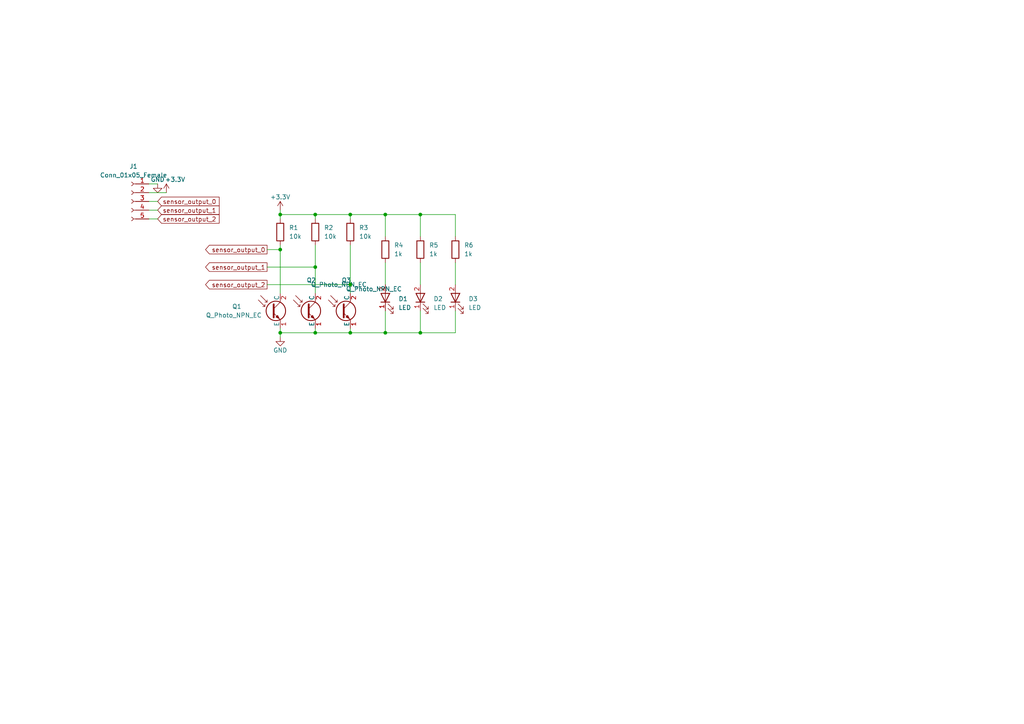
<source format=kicad_sch>
(kicad_sch (version 20211123) (generator eeschema)
  (paper "A4")
  (lib_symbols
    (symbol "Connector:Conn_01x05_Female" (pin_names (offset 1.016) hide)
      (property "Reference" "J" (at 0 7.62 0))
      (property "Value" "Conn_01x05_Female" (at 0 -7.62 0))
      (symbol "Conn_01x05_Female_1_1"
        (arc (start 0 -4.572) (mid -0.508 -5.08) (end 0 -5.588) (stroke (width 0.1524)))
        (arc (start 0 -2.032) (mid -0.508 -2.54) (end 0 -3.048) (stroke (width 0.1524)))
        (polyline (pts (xy -1.27 -5.08) (xy -0.508 -5.08)) (stroke (width 0.1524)))
        (polyline (pts (xy -1.27 -2.54) (xy -0.508 -2.54)) (stroke (width 0.1524)))
        (polyline (pts (xy -1.27 0) (xy -0.508 0)) (stroke (width 0.1524)))
        (polyline (pts (xy -1.27 2.54) (xy -0.508 2.54)) (stroke (width 0.1524)))
        (polyline (pts (xy -1.27 5.08) (xy -0.508 5.08)) (stroke (width 0.1524)))
        (arc (start 0 0.508) (mid -0.508 0) (end 0 -0.508) (stroke (width 0.1524)))
        (arc (start 0 3.048) (mid -0.508 2.54) (end 0 2.032) (stroke (width 0.1524)))
        (arc (start 0 5.588) (mid -0.508 5.08) (end 0 4.572) (stroke (width 0.1524)))
        (pin passive line (at -5.08 5.08 0) (length 3.81) (name "Pin_1") (number "1"))
        (pin passive line (at -5.08 2.54 0) (length 3.81) (name "Pin_2") (number "2"))
        (pin passive line (at -5.08 0 0) (length 3.81) (name "Pin_3") (number "3"))
        (pin passive line (at -5.08 -2.54 0) (length 3.81) (name "Pin_4") (number "4"))
        (pin passive line (at -5.08 -5.08 0) (length 3.81) (name "Pin_5") (number "5"))
      )
    )
    (symbol "Device:LED" (pin_names (offset 1.016) hide)
      (property "Reference" "D" (at 0 2.54 0))
      (property "Value" "LED" (at 0 -2.54 0))
      (symbol "LED_0_1"
        (polyline (pts (xy -1.27 -1.27) (xy -1.27 1.27)) (stroke (width 0.254)))
        (polyline (pts (xy -1.27 0) (xy 1.27 0)))
        (polyline (pts (xy 1.27 -1.27) (xy 1.27 1.27) (xy -1.27 0) (xy 1.27 -1.27)) (stroke (width 0.254)))
        (polyline (pts (xy -3.048 -0.762) (xy -4.572 -2.286) (xy -3.81 -2.286) (xy -4.572 -2.286) (xy -4.572 -1.524)))
        (polyline (pts (xy -1.778 -0.762) (xy -3.302 -2.286) (xy -2.54 -2.286) (xy -3.302 -2.286) (xy -3.302 -1.524)))
      )
      (symbol "LED_1_1"
        (pin passive line (at -3.81 0 0) (length 2.54) (name "K") (number "1"))
        (pin passive line (at 3.81 0 180) (length 2.54) (name "A") (number "2"))
      )
    )
    (symbol "Device:Q_Photo_NPN_EC" (pin_names (offset 0))
      (property "Reference" "Q" (at 5.08 1.27 0))
      (property "Value" "Q_Photo_NPN_EC" (at 5.08 -1.27 0))
      (symbol "Q_Photo_NPN_EC_0_1"
        (polyline (pts (xy -1.905 1.27) (xy -2.54 1.27)))
        (polyline (pts (xy -1.27 2.54) (xy -1.905 2.54)))
        (polyline (pts (xy 0.635 0.635) (xy 2.54 2.54)))
        (polyline (pts (xy -3.81 3.175) (xy -1.905 1.27) (xy -1.905 1.905)))
        (polyline (pts (xy -3.175 4.445) (xy -1.27 2.54) (xy -1.27 3.175)))
        (polyline (pts (xy 0.635 -0.635) (xy 2.54 -2.54) (xy 2.54 -2.54)))
        (polyline (pts (xy 0.635 1.905) (xy 0.635 -1.905) (xy 0.635 -1.905)) (stroke (width 0.508)))
        (polyline (pts (xy 1.27 -1.778) (xy 1.778 -1.27) (xy 2.286 -2.286) (xy 1.27 -1.778) (xy 1.27 -1.778)) (fill (type outline)))
        (circle (center 1.27 0) (radius 2.8194) (stroke (width 0.254)))
      )
      (symbol "Q_Photo_NPN_EC_1_1"
        (pin passive line (at 2.54 -5.08 90) (length 2.54) (name "E") (number "1"))
        (pin passive line (at 2.54 5.08 270) (length 2.54) (name "C") (number "2"))
      )
    )
    (symbol "Device:R" (pin_numbers hide) (pin_names (offset 0))
      (property "Reference" "R" (at 2.032 0 90))
      (property "Value" "R" (at 0 0 90))
      (symbol "R_0_1"
        (rectangle (start -1.016 -2.54) (end 1.016 2.54) (stroke (width 0.254)))
      )
      (symbol "R_1_1"
        (pin passive line (at 0 3.81 270) (length 1.27) (name "~") (number "1"))
        (pin passive line (at 0 -3.81 90) (length 1.27) (name "~") (number "2"))
      )
    )
    (symbol "power:+3.3V" (power) (pin_names (offset 0))
      (property "Value" "+3.3V" (at 0 3.556 0))
      (symbol "+3.3V_0_1"
        (polyline (pts (xy -0.762 1.27) (xy 0 2.54)))
        (polyline (pts (xy 0 0) (xy 0 2.54)))
        (polyline (pts (xy 0 2.54) (xy 0.762 1.27)))
      )
      (symbol "+3.3V_1_1"
        (pin power_in line (at 0 0 90) (length 0) hide (name "+3.3V") (number "1"))
      )
    )
    (symbol "power:GND" (power) (pin_names (offset 0))
      (property "Value" "GND" (at 0 -3.81 0))
      (symbol "GND_0_1"
        (polyline (pts (xy 0 0) (xy 0 -1.27) (xy 1.27 -1.27) (xy 0 -2.54) (xy -1.27 -1.27) (xy 0 -1.27)))
      )
      (symbol "GND_1_1"
        (pin power_in line (at 0 0 270) (length 0) hide (name "GND") (number "1"))
      )
    )
  )
  (junction (at 81.28 62.23))
  (junction (at 81.28 72.39))
  (junction (at 101.6 96.52))
  (junction (at 121.92 62.23))
  (junction (at 111.76 62.23))
  (junction (at 91.44 77.47))
  (junction (at 111.76 96.52))
  (junction (at 101.6 62.23))
  (junction (at 91.44 96.52))
  (junction (at 81.28 96.52))
  (junction (at 101.6 82.55))
  (junction (at 121.92 96.52))
  (junction (at 91.44 62.23))
  (wire (pts (xy 121.92 96.52) (xy 132.08 96.52)))
  (wire (pts (xy 81.28 71.12) (xy 81.28 72.39)))
  (wire (pts (xy 81.28 72.39) (xy 81.28 85.09)))
  (wire (pts (xy 121.92 62.23) (xy 132.08 62.23)))
  (wire (pts (xy 111.76 96.52) (xy 121.92 96.52)))
  (wire (pts (xy 111.76 90.17) (xy 111.76 96.52)))
  (wire (pts (xy 43.18 60.96) (xy 45.72 60.96)))
  (wire (pts (xy 111.76 62.23) (xy 121.92 62.23)))
  (wire (pts (xy 101.6 82.55) (xy 101.6 85.09)))
  (wire (pts (xy 111.76 62.23) (xy 111.76 68.58)))
  (wire (pts (xy 81.28 62.23) (xy 91.44 62.23)))
  (wire (pts (xy 43.18 55.88) (xy 48.26 55.88)))
  (wire (pts (xy 81.28 62.23) (xy 81.28 63.5)))
  (wire (pts (xy 111.76 76.2) (xy 111.76 82.55)))
  (wire (pts (xy 43.18 63.5) (xy 45.72 63.5)))
  (wire (pts (xy 132.08 96.52) (xy 132.08 90.17)))
  (wire (pts (xy 77.47 82.55) (xy 101.6 82.55)))
  (wire (pts (xy 91.44 62.23) (xy 101.6 62.23)))
  (wire (pts (xy 132.08 76.2) (xy 132.08 82.55)))
  (wire (pts (xy 77.47 72.39) (xy 81.28 72.39)))
  (wire (pts (xy 77.47 77.47) (xy 91.44 77.47)))
  (wire (pts (xy 81.28 96.52) (xy 81.28 97.79)))
  (wire (pts (xy 101.6 71.12) (xy 101.6 82.55)))
  (wire (pts (xy 101.6 62.23) (xy 111.76 62.23)))
  (wire (pts (xy 132.08 62.23) (xy 132.08 68.58)))
  (wire (pts (xy 101.6 96.52) (xy 111.76 96.52)))
  (wire (pts (xy 81.28 95.25) (xy 81.28 96.52)))
  (wire (pts (xy 91.44 95.25) (xy 91.44 96.52)))
  (wire (pts (xy 81.28 60.96) (xy 81.28 62.23)))
  (wire (pts (xy 121.92 62.23) (xy 121.92 68.58)))
  (wire (pts (xy 91.44 71.12) (xy 91.44 77.47)))
  (wire (pts (xy 43.18 58.42) (xy 45.72 58.42)))
  (wire (pts (xy 91.44 96.52) (xy 101.6 96.52)))
  (wire (pts (xy 91.44 77.47) (xy 91.44 85.09)))
  (wire (pts (xy 43.18 53.34) (xy 45.72 53.34)))
  (wire (pts (xy 121.92 76.2) (xy 121.92 82.55)))
  (wire (pts (xy 121.92 96.52) (xy 121.92 90.17)))
  (wire (pts (xy 91.44 62.23) (xy 91.44 63.5)))
  (wire (pts (xy 81.28 96.52) (xy 91.44 96.52)))
  (wire (pts (xy 101.6 95.25) (xy 101.6 96.52)))
  (wire (pts (xy 101.6 62.23) (xy 101.6 63.5)))
  (global_label "sensor_output_1" (shape output) (at 77.47 77.47 180) (property "Intersheet References" "${INTERSHEET_REFS}" (effects hide)))
  (global_label "sensor_output_2" (shape input) (at 45.72 63.5 0) (property "Intersheet References" "${INTERSHEET_REFS}" (effects hide)))
  (global_label "sensor_output_0" (shape output) (at 77.47 72.39 180) (property "Intersheet References" "${INTERSHEET_REFS}" (effects hide)))
  (global_label "sensor_output_2" (shape output) (at 77.47 82.55 180) (property "Intersheet References" "${INTERSHEET_REFS}" (effects hide)))
  (global_label "sensor_output_0" (shape input) (at 45.72 58.42 0) (property "Intersheet References" "${INTERSHEET_REFS}" (effects hide)))
  (global_label "sensor_output_1" (shape input) (at 45.72 60.96 0) (property "Intersheet References" "${INTERSHEET_REFS}" (effects hide)))
  (symbol (lib_id "Device:LED") (at 111.76 86.36 90) (unit 1)
    (property "Reference" "D1" (at 115.57 86.6774 90) (effects (justify right)))
    (property "Value" "LED" (at 115.57 89.2174 90) (effects (justify right)))
    (property "Footprint" "LED_THT:LED_D3.0mm" (effects hide))
  )
  (symbol (lib_id "Device:Q_Photo_NPN_EC") (at 78.74 90.17 0) (unit 1)
    (property "Reference" "Q1" (at 67.31 88.9 0) (effects (justify left)))
    (property "Value" "Q_Photo_NPN_EC" (at 59.69 91.44 0) (effects (justify left)))
    (property "Footprint" "LED_THT:LED_D3.0mm" (effects hide))
  )
  (symbol (lib_id "Connector:Conn_01x05_Female") (at 38.1 58.42 0) (mirror y) (unit 1)
    (property "Reference" "J1" (at 38.735 48.26 0))
    (property "Value" "Conn_01x05_Female" (at 38.735 50.8 0))
    (property "Footprint" "Connector_JST:JST_XH_S5B-XH-A_1x05_P2.50mm_Horizontal" (effects hide))
  )
  (symbol (lib_id "Device:Q_Photo_NPN_EC") (at 88.9 90.17 0) (unit 1)
    (property "Reference" "Q2" (at 88.9 81.28 0) (effects (justify left)))
    (property "Value" "Q_Photo_NPN_EC" (at 90.17 82.55 0) (effects (justify left)))
    (property "Footprint" "LED_THT:LED_D3.0mm" (effects hide))
  )
  (symbol (lib_id "Device:R") (at 121.92 72.39 0) (unit 1)
    (property "Reference" "R5" (at 124.46 71.1199 0) (effects (justify left)))
    (property "Value" "1k" (at 124.46 73.6599 0) (effects (justify left)))
    (property "Footprint" "Resistor_THT:R_Axial_DIN0207_L6.3mm_D2.5mm_P10.16mm_Horizontal" (effects hide))
  )
  (symbol (lib_id "power:+3.3V") (at 81.28 60.96 0) (unit 1)
    (property "Reference" "#PWR03" (effects hide))
    (property "Value" "+3.3V" (at 81.28 57.15 0))
  )
  (symbol (lib_id "power:+3.3V") (at 48.26 55.88 0) (unit 1)
    (property "Reference" "#PWR02" (effects hide))
    (property "Value" "+3.3V" (at 50.8 52.07 0))
  )
  (symbol (lib_id "Device:LED") (at 121.92 86.36 90) (unit 1)
    (property "Reference" "D2" (at 125.73 86.6774 90) (effects (justify right)))
    (property "Value" "LED" (at 125.73 89.2174 90) (effects (justify right)))
    (property "Footprint" "LED_THT:LED_D3.0mm" (effects hide))
  )
  (symbol (lib_id "Device:R") (at 132.08 72.39 0) (unit 1)
    (property "Reference" "R6" (at 134.62 71.1199 0) (effects (justify left)))
    (property "Value" "1k" (at 134.62 73.6599 0) (effects (justify left)))
    (property "Footprint" "Resistor_THT:R_Axial_DIN0207_L6.3mm_D2.5mm_P10.16mm_Horizontal" (effects hide))
  )
  (symbol (lib_id "Device:R") (at 111.76 72.39 0) (unit 1)
    (property "Reference" "R4" (at 114.3 71.1199 0) (effects (justify left)))
    (property "Value" "1k" (at 114.3 73.6599 0) (effects (justify left)))
    (property "Footprint" "Resistor_THT:R_Axial_DIN0207_L6.3mm_D2.5mm_P10.16mm_Horizontal" (effects hide))
  )
  (symbol (lib_id "Device:Q_Photo_NPN_EC") (at 99.06 90.17 0) (unit 1)
    (property "Reference" "Q3" (at 99.06 81.28 0) (effects (justify left)))
    (property "Value" "Q_Photo_NPN_EC" (at 100.33 83.82 0) (effects (justify left)))
    (property "Footprint" "LED_THT:LED_D3.0mm" (effects hide))
  )
  (symbol (lib_id "Device:LED") (at 132.08 86.36 90) (unit 1)
    (property "Reference" "D3" (at 135.89 86.6774 90) (effects (justify right)))
    (property "Value" "LED" (at 135.89 89.2174 90) (effects (justify right)))
    (property "Footprint" "LED_THT:LED_D3.0mm" (effects hide))
  )
  (symbol (lib_id "Device:R") (at 91.44 67.31 0) (unit 1)
    (property "Reference" "R2" (at 93.98 66.0399 0) (effects (justify left)))
    (property "Value" "10k" (at 93.98 68.5799 0) (effects (justify left)))
    (property "Footprint" "Resistor_THT:R_Axial_DIN0207_L6.3mm_D2.5mm_P10.16mm_Horizontal" (effects hide))
  )
  (symbol (lib_id "power:GND") (at 81.28 97.79 0) (unit 1)
    (property "Reference" "#PWR04" (effects hide))
    (property "Value" "GND" (at 81.28 101.6 0))
  )
  (symbol (lib_id "Device:R") (at 81.28 67.31 0) (unit 1)
    (property "Reference" "R1" (at 83.82 66.0399 0) (effects (justify left)))
    (property "Value" "10k" (at 83.82 68.5799 0) (effects (justify left)))
    (property "Footprint" "Resistor_THT:R_Axial_DIN0207_L6.3mm_D2.5mm_P10.16mm_Horizontal" (effects hide))
  )
  (symbol (lib_id "Device:R") (at 101.6 67.31 0) (unit 1)
    (property "Reference" "R3" (at 104.14 66.0399 0) (effects (justify left)))
    (property "Value" "10k" (at 104.14 68.5799 0) (effects (justify left)))
    (property "Footprint" "Resistor_THT:R_Axial_DIN0207_L6.3mm_D2.5mm_P10.16mm_Horizontal" (effects hide))
  )
  (symbol (lib_id "power:GND") (at 45.72 53.34 0) (unit 1)
    (property "Reference" "#PWR01" (effects hide))
    (property "Value" "GND" (at 45.72 52.07 0))
  )
)
</source>
